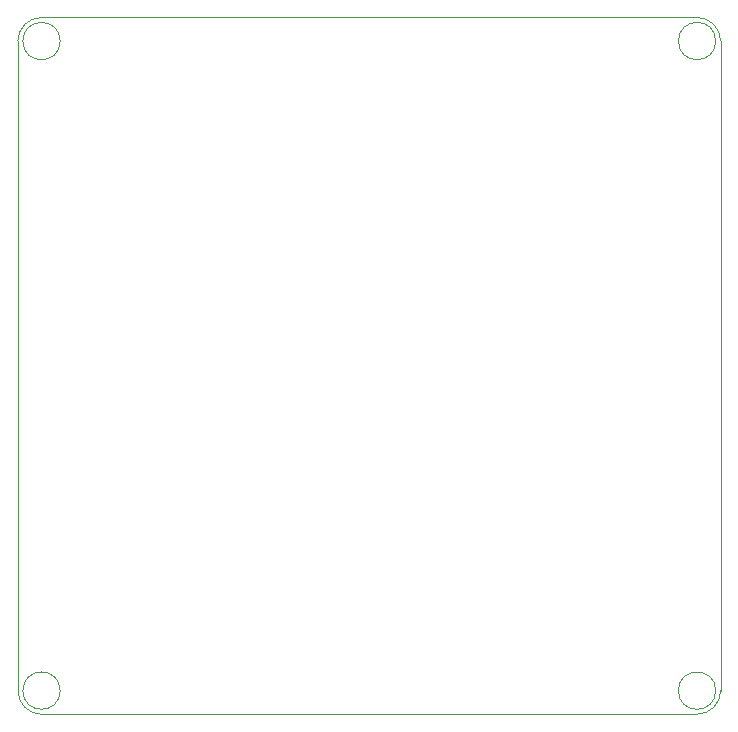
<source format=gm1>
%TF.GenerationSoftware,KiCad,Pcbnew,8.0.7-unknown-202501031821~9d36205ced~ubuntu20.04.1*%
%TF.CreationDate,2025-02-02T17:39:59-03:00*%
%TF.ProjectId,Wise-Shield-32,57697365-2d53-4686-9965-6c642d33322e,1*%
%TF.SameCoordinates,Original*%
%TF.FileFunction,Profile,NP*%
%FSLAX46Y46*%
G04 Gerber Fmt 4.6, Leading zero omitted, Abs format (unit mm)*
G04 Created by KiCad (PCBNEW 8.0.7-unknown-202501031821~9d36205ced~ubuntu20.04.1) date 2025-02-02 17:39:59*
%MOMM*%
%LPD*%
G01*
G04 APERTURE LIST*
%TA.AperFunction,Profile*%
%ADD10C,0.050000*%
%TD*%
%TA.AperFunction,Profile*%
%ADD11C,0.100000*%
%TD*%
G04 APERTURE END LIST*
D10*
X99500000Y-120000000D02*
G75*
G02*
X97500000Y-118000000I0J2000000D01*
G01*
X157000000Y-118000000D02*
G75*
G02*
X155000000Y-120000000I-2000000J0D01*
G01*
D11*
X101081139Y-118000000D02*
G75*
G02*
X97918861Y-118000000I-1581139J0D01*
G01*
X97918861Y-118000000D02*
G75*
G02*
X101081139Y-118000000I1581139J0D01*
G01*
D10*
X97500000Y-63000000D02*
X97500000Y-118000000D01*
X155000000Y-61000000D02*
G75*
G02*
X157000000Y-63000000I0J-2000000D01*
G01*
X155000000Y-61000000D02*
X99500000Y-61000000D01*
D11*
X101081139Y-63000000D02*
G75*
G02*
X97918861Y-63000000I-1581139J0D01*
G01*
X97918861Y-63000000D02*
G75*
G02*
X101081139Y-63000000I1581139J0D01*
G01*
X156581139Y-63000000D02*
G75*
G02*
X153418861Y-63000000I-1581139J0D01*
G01*
X153418861Y-63000000D02*
G75*
G02*
X156581139Y-63000000I1581139J0D01*
G01*
D10*
X97500000Y-63000000D02*
G75*
G02*
X99500000Y-61000000I2000000J0D01*
G01*
X99500000Y-120000000D02*
X155000000Y-120000000D01*
D11*
X156581139Y-118000000D02*
G75*
G02*
X153418861Y-118000000I-1581139J0D01*
G01*
X153418861Y-118000000D02*
G75*
G02*
X156581139Y-118000000I1581139J0D01*
G01*
D10*
X157000000Y-118000000D02*
X157000000Y-63000000D01*
M02*

</source>
